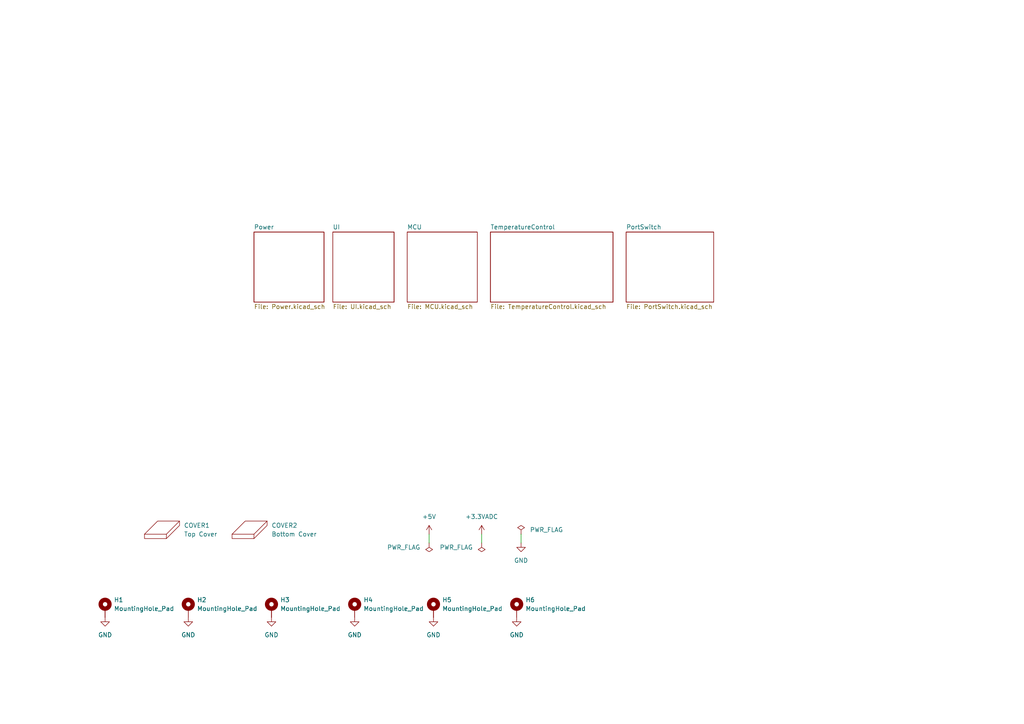
<source format=kicad_sch>
(kicad_sch (version 20230121) (generator eeschema)
  (paper "A4")
  (title_block (title "LibreCAL") (date "2023-11-30") (rev "B"))
  (lib_symbols
    (symbol "LibreCAL:Cover" (in_bom no)
      (property "Reference" "COVER" (at -1.27 -2.54 0))
      (property "Value" "Cover" (at 1.27 5.08 0))
      (symbol "Cover_0_1"
        (polyline (pts (xy -5.08 0) (xy -1.27 3.81) (xy 5.08 3.81)))
        (polyline (pts (xy 1.27 0) (xy 5.08 3.81) (xy 5.08 2.54) (xy 1.27 -1.27)))
        (polyline (pts (xy -5.08 0) (xy -5.08 -1.27) (xy 1.27 -1.27) (xy 1.27 0) (xy -5.08 0)))
      )
    )
    (symbol "Mechanical:MountingHole_Pad" (pin_numbers hide) (pin_names (offset 1.016) hide)
      (property "Reference" "H" (at 0 6.35 0))
      (property "Value" "MountingHole_Pad" (at 0 4.445 0))
      (symbol "MountingHole_Pad_0_1"
        (circle (center 0 1.27) (radius 1.27) (stroke (width 1.27)))
      )
      (symbol "MountingHole_Pad_1_1"
        (pin input line (at 0 -2.54 90) (length 2.54) (name "1") (number "1"))
      )
    )
    (symbol "power:+3.3VADC" (power) (pin_names (offset 0))
      (property "Value" "+3.3VADC" (at 0 2.54 0))
      (symbol "+3.3VADC_0_0"
        (pin power_in line (at 0 0 90) (length 0) hide (name "+3.3VADC") (number "1"))
      )
      (symbol "+3.3VADC_0_1"
        (polyline (pts (xy -0.762 1.27) (xy 0 2.54)))
        (polyline (pts (xy 0 0) (xy 0 2.54)))
        (polyline (pts (xy 0 2.54) (xy 0.762 1.27)))
      )
    )
    (symbol "power:+5V" (power) (pin_names (offset 0))
      (property "Value" "+5V" (at 0 3.556 0))
      (symbol "+5V_0_1"
        (polyline (pts (xy -0.762 1.27) (xy 0 2.54)))
        (polyline (pts (xy 0 0) (xy 0 2.54)))
        (polyline (pts (xy 0 2.54) (xy 0.762 1.27)))
      )
      (symbol "+5V_1_1"
        (pin power_in line (at 0 0 90) (length 0) hide (name "+5V") (number "1"))
      )
    )
    (symbol "power:GND" (power) (pin_names (offset 0))
      (property "Value" "GND" (at 0 -3.81 0))
      (symbol "GND_0_1"
        (polyline (pts (xy 0 0) (xy 0 -1.27) (xy 1.27 -1.27) (xy 0 -2.54) (xy -1.27 -1.27) (xy 0 -1.27)))
      )
      (symbol "GND_1_1"
        (pin power_in line (at 0 0 270) (length 0) hide (name "GND") (number "1"))
      )
    )
    (symbol "power:PWR_FLAG" (power) (pin_numbers hide) (pin_names (offset 0) hide)
      (property "Value" "PWR_FLAG" (at 0 3.81 0))
      (symbol "PWR_FLAG_0_0"
        (pin power_out line (at 0 0 90) (length 0) (name "pwr") (number "1"))
      )
      (symbol "PWR_FLAG_0_1"
        (polyline (pts (xy 0 0) (xy 0 1.27) (xy -1.016 1.905) (xy 0 2.54) (xy 1.016 1.905) (xy 0 1.27)))
      )
    )
  )
  (wire (pts (xy 124.46 154.94) (xy 124.46 157.48)))
  (wire (pts (xy 139.7 154.94) (xy 139.7 157.48)))
  (wire (pts (xy 151.13 154.94) (xy 151.13 157.48)))
  (symbol (lib_id "power:+3.3VADC") (at 139.7 154.94 0) (unit 1)
    (property "Reference" "#PWR0103" (effects hide))
    (property "Value" "+3.3VADC" (at 139.7 149.86 0))
  )
  (symbol (lib_id "power:GND") (at 102.87 179.07 0) (unit 1)
    (property "Reference" "#PWR04" (effects hide))
    (property "Value" "GND" (at 102.87 184.15 0))
  )
  (symbol (lib_id "LibreCAL:Cover") (at 72.39 154.94 0) (unit 1) (in_bom no)
    (property "Reference" "COVER2" (at 78.74 152.3999 0) (effects (justify left)))
    (property "Value" "Bottom Cover" (at 78.74 154.9399 0) (effects (justify left)))
    (property "Footprint" "LibreCAL:BottomCover" (effects hide))
    (property "LCSC_Part" "NA" (effects hide))
  )
  (symbol (lib_id "Mechanical:MountingHole_Pad") (at 149.86 176.53 0) (unit 1) (in_bom no)
    (property "Reference" "H6" (at 152.4 173.9899 0) (effects (justify left)))
    (property "Value" "MountingHole_Pad" (at 152.4 176.5299 0) (effects (justify left)))
    (property "Footprint" "MountingHole:MountingHole_3.2mm_M3_ISO14580_Pad_TopBottom" (effects hide))
    (property "LCSC_Part" "NA" (effects hide))
  )
  (symbol (lib_id "power:GND") (at 30.48 179.07 0) (unit 1)
    (property "Reference" "#PWR01" (effects hide))
    (property "Value" "GND" (at 30.48 184.15 0))
  )
  (symbol (lib_id "Mechanical:MountingHole_Pad") (at 78.74 176.53 0) (unit 1) (in_bom no)
    (property "Reference" "H3" (at 81.28 173.9899 0) (effects (justify left)))
    (property "Value" "MountingHole_Pad" (at 81.28 176.5299 0) (effects (justify left)))
    (property "Footprint" "MountingHole:MountingHole_3.2mm_M3_ISO14580_Pad_TopBottom" (effects hide))
    (property "LCSC_Part" "NA" (effects hide))
  )
  (symbol (lib_id "Mechanical:MountingHole_Pad") (at 102.87 176.53 0) (unit 1) (in_bom no)
    (property "Reference" "H4" (at 105.41 173.9899 0) (effects (justify left)))
    (property "Value" "MountingHole_Pad" (at 105.41 176.5299 0) (effects (justify left)))
    (property "Footprint" "MountingHole:MountingHole_3.2mm_M3_ISO14580_Pad_TopBottom" (effects hide))
    (property "LCSC_Part" "NA" (effects hide))
  )
  (symbol (lib_id "power:GND") (at 125.73 179.07 0) (unit 1)
    (property "Reference" "#PWR0122" (effects hide))
    (property "Value" "GND" (at 125.73 184.15 0))
  )
  (symbol (lib_id "Mechanical:MountingHole_Pad") (at 125.73 176.53 0) (unit 1) (in_bom no)
    (property "Reference" "H5" (at 128.27 173.9899 0) (effects (justify left)))
    (property "Value" "MountingHole_Pad" (at 128.27 176.5299 0) (effects (justify left)))
    (property "Footprint" "MountingHole:MountingHole_3.2mm_M3_ISO14580_Pad_TopBottom" (effects hide))
    (property "LCSC_Part" "NA" (effects hide))
  )
  (symbol (lib_id "power:GND") (at 149.86 179.07 0) (unit 1)
    (property "Reference" "#PWR0123" (effects hide))
    (property "Value" "GND" (at 149.86 184.15 0))
  )
  (symbol (lib_id "power:GND") (at 54.61 179.07 0) (unit 1)
    (property "Reference" "#PWR02" (effects hide))
    (property "Value" "GND" (at 54.61 184.15 0))
  )
  (symbol (lib_id "LibreCAL:Cover") (at 46.99 154.94 0) (unit 1) (in_bom no)
    (property "Reference" "COVER1" (at 53.34 152.3999 0) (effects (justify left)))
    (property "Value" "Top Cover" (at 53.34 154.9399 0) (effects (justify left)))
    (property "Footprint" "LibreCAL:TopCover" (effects hide))
    (property "LCSC_Part" "NA" (effects hide))
  )
  (symbol (lib_id "Mechanical:MountingHole_Pad") (at 54.61 176.53 0) (unit 1) (in_bom no)
    (property "Reference" "H2" (at 57.15 173.9899 0) (effects (justify left)))
    (property "Value" "MountingHole_Pad" (at 57.15 176.5299 0) (effects (justify left)))
    (property "Footprint" "MountingHole:MountingHole_3.2mm_M3_ISO14580_Pad_TopBottom" (effects hide))
    (property "LCSC_Part" "NA" (effects hide))
  )
  (symbol (lib_id "Mechanical:MountingHole_Pad") (at 30.48 176.53 0) (unit 1) (in_bom no)
    (property "Reference" "H1" (at 33.02 173.9899 0) (effects (justify left)))
    (property "Value" "MountingHole_Pad" (at 33.02 176.5299 0) (effects (justify left)))
    (property "Footprint" "MountingHole:MountingHole_3.2mm_M3_ISO14580_Pad_TopBottom" (effects hide))
    (property "LCSC_Part" "NA" (effects hide))
  )
  (symbol (lib_id "power:+5V") (at 124.46 154.94 0) (unit 1)
    (property "Reference" "#PWR0104" (effects hide))
    (property "Value" "+5V" (at 124.46 149.86 0))
  )
  (symbol (lib_id "power:PWR_FLAG") (at 124.46 157.48 0) (mirror x) (unit 1)
    (property "Reference" "#FLG0102" (effects hide))
    (property "Value" "PWR_FLAG" (at 121.92 158.7499 0) (effects (justify right)))
  )
  (symbol (lib_id "power:GND") (at 151.13 157.48 0) (unit 1)
    (property "Reference" "#PWR0105" (effects hide))
    (property "Value" "GND" (at 151.13 162.56 0))
  )
  (symbol (lib_id "power:PWR_FLAG") (at 139.7 157.48 0) (mirror x) (unit 1)
    (property "Reference" "#FLG0101" (effects hide))
    (property "Value" "PWR_FLAG" (at 137.16 158.7499 0) (effects (justify right)))
  )
  (symbol (lib_id "power:PWR_FLAG") (at 151.13 154.94 0) (mirror y) (unit 1)
    (property "Reference" "#FLG0104" (effects hide))
    (property "Value" "PWR_FLAG" (at 153.67 153.6699 0) (effects (justify right)))
  )
  (symbol (lib_id "power:GND") (at 78.74 179.07 0) (unit 1)
    (property "Reference" "#PWR03" (effects hide))
    (property "Value" "GND" (at 78.74 184.15 0))
  )
  (sheet (at 96.52 67.31) (size 17.78 20.32) (stroke (width 0.1524))
    (property "Sheetname" "UI" (at 96.52 66.5984 0) (effects (justify left bottom)))
    (property "Sheetfile" "UI.kicad_sch" (at 96.52 88.2146 0) (effects (justify left top)))
  )
  (sheet (at 118.11 67.31) (size 20.32 20.32) (stroke (width 0.1524))
    (property "Sheetname" "MCU" (at 118.11 66.5984 0) (effects (justify left bottom)))
    (property "Sheetfile" "MCU.kicad_sch" (at 118.11 88.2146 0) (effects (justify left top)))
  )
  (sheet (at 142.24 67.31) (size 35.56 20.32) (stroke (width 0.1524))
    (property "Sheetname" "TemperatureControl" (at 142.24 66.5984 0) (effects (justify left bottom)))
    (property "Sheetfile" "TemperatureControl.kicad_sch" (at 142.24 88.2146 0) (effects (justify left top)))
  )
  (sheet (at 181.61 67.31) (size 25.4 20.32) (stroke (width 0.1524))
    (property "Sheetname" "PortSwitch" (at 181.61 66.5984 0) (effects (justify left bottom)))
    (property "Sheetfile" "PortSwitch.kicad_sch" (at 181.61 88.2146 0) (effects (justify left top)))
  )
  (sheet (at 73.66 67.31) (size 20.32 20.32) (stroke (width 0.1524))
    (property "Sheetname" "Power" (at 73.66 66.5984 0) (effects (justify left bottom)))
    (property "Sheetfile" "Power.kicad_sch" (at 73.66 88.2146 0) (effects (justify left top)))
  )
)
</source>
